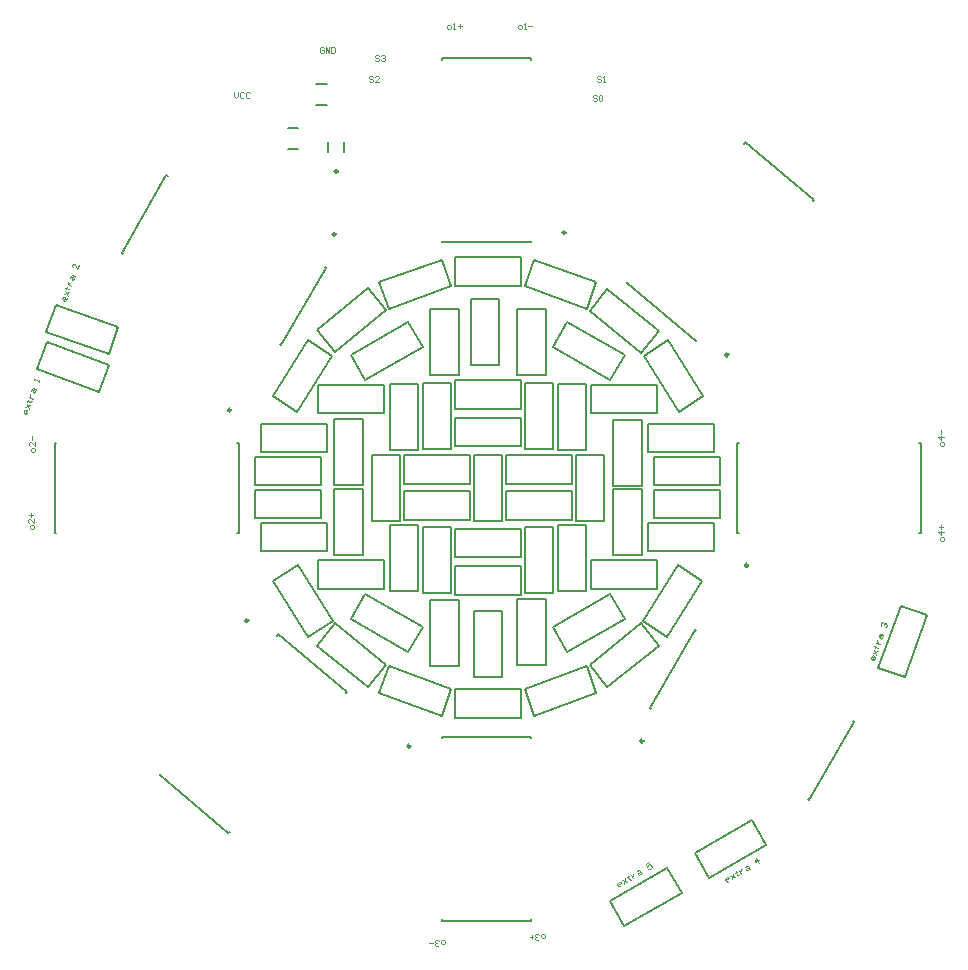
<source format=gto>
G04*
G04 #@! TF.GenerationSoftware,Altium Limited,Altium Designer,23.1.1 (15)*
G04*
G04 Layer_Color=65535*
%FSLAX25Y25*%
%MOIN*%
G70*
G04*
G04 #@! TF.SameCoordinates,E577C847-9A66-4E46-B091-F4B90C46239D*
G04*
G04*
G04 #@! TF.FilePolarity,Positive*
G04*
G01*
G75*
%ADD10C,0.00984*%
%ADD11C,0.00787*%
%ADD12C,0.00394*%
D10*
X25878Y85000D02*
G03*
X25878Y85000I-492J0D01*
G01*
X-85689Y25886D02*
G03*
X-85689Y25886I-492J0D01*
G01*
X51797Y-84443D02*
G03*
X51797Y-84443I-492J0D01*
G01*
X86673Y-25886D02*
G03*
X86673Y-25886I-492J0D01*
G01*
X-25894Y-86181D02*
G03*
X-25894Y-86181I-492J0D01*
G01*
X-79870Y-44295D02*
G03*
X-79870Y-44295I-492J0D01*
G01*
X80145Y44295D02*
G03*
X80145Y44295I-492J0D01*
G01*
X-50106Y105429D02*
G03*
X-50106Y105429I-492J0D01*
G01*
X-50812Y84443D02*
G03*
X-50812Y84443I-492J0D01*
G01*
D11*
X-66741Y113055D02*
X-63210D01*
X-66741Y119945D02*
X-63210D01*
X14461Y81791D02*
Y82343D01*
Y142657D02*
Y143209D01*
X-15461D02*
X14461D01*
X-15461Y81791D02*
Y82343D01*
Y142657D02*
Y143209D01*
Y81791D02*
X14461D01*
X-83524Y14961D02*
X-82972D01*
X-144390D02*
X-143838D01*
X-144390Y-14961D02*
Y14961D01*
X-83524Y-14961D02*
X-82972D01*
X-144390D02*
X-143838D01*
X-82972D02*
Y14961D01*
X-57265Y134445D02*
X-53735D01*
X-57265Y127555D02*
X-53735D01*
X-36161Y68484D02*
X-32916Y59568D01*
X-36161Y68484D02*
X-15481Y76011D01*
X-12236Y67095D01*
X-32916Y59568D02*
X-12236Y67095D01*
X-41756Y-22504D02*
Y-496D01*
X-51244D02*
X-41756D01*
X-51244Y-22504D02*
Y-496D01*
Y-22504D02*
X-41756D01*
X129989Y-60019D02*
X137516Y-39339D01*
X129989Y-60019D02*
X138905Y-63264D01*
X146432Y-42584D01*
X137516Y-39339D02*
X146432Y-42584D01*
X21744Y-35004D02*
Y-12996D01*
X12256D02*
X21744D01*
X12256Y-35004D02*
Y-12996D01*
Y-35004D02*
X21744D01*
X73672Y-130110D02*
X92732Y-119107D01*
X87988Y-110890D02*
X92732Y-119107D01*
X68928Y-121893D02*
X87988Y-110890D01*
X68928Y-121893D02*
X73672Y-130110D01*
X45512Y-146110D02*
X64572Y-135107D01*
X59828Y-126890D02*
X64572Y-135107D01*
X40768Y-137893D02*
X59828Y-126890D01*
X40768Y-137893D02*
X45512Y-146110D01*
X23256Y-34504D02*
X32744D01*
X23256D02*
Y-12496D01*
X32744D01*
Y-34504D02*
Y-12496D01*
X53988Y-73377D02*
X68949Y-47465D01*
X121661Y-77898D02*
X122138Y-78174D01*
X68949Y-47465D02*
X69426Y-47740D01*
X107177Y-104086D02*
X122138Y-78174D01*
X106700Y-103811D02*
X107177Y-104086D01*
X53988Y-73377D02*
X54465Y-73653D01*
X82973Y-14961D02*
Y14961D01*
X143839D02*
X144390D01*
X82973D02*
X83524D01*
X144390Y-14961D02*
Y14961D01*
X143839Y-14961D02*
X144390D01*
X82973D02*
X83524D01*
X11004Y-23244D02*
Y-13756D01*
X-11004Y-23244D02*
X11004D01*
X-11004D02*
Y-13756D01*
X11004D01*
X-28004Y-10744D02*
Y-1256D01*
X-5996D01*
Y-10744D02*
Y-1256D01*
X-28004Y-10744D02*
X-5996D01*
X-38744Y-11004D02*
X-29256D01*
X-38744D02*
Y11004D01*
X-29256D01*
Y-11004D02*
Y11004D01*
X11004Y-35744D02*
Y-26256D01*
X-11004Y-35744D02*
X11004D01*
X-11004D02*
Y-26256D01*
X11004D01*
X-21744Y-35004D02*
X-12256D01*
X-21744D02*
Y-12996D01*
X-12256D01*
Y-35004D02*
Y-12996D01*
X-32744Y-34504D02*
X-23256D01*
X-32744D02*
Y-12496D01*
X-23256D01*
Y-34504D02*
Y-12496D01*
X-4744Y-63004D02*
X4744D01*
X-4744D02*
Y-40996D01*
X4744D01*
Y-63004D02*
Y-40996D01*
X-19244Y-59504D02*
X-9756D01*
X-19244D02*
Y-37496D01*
X-9756D01*
Y-59504D02*
Y-37496D01*
X-45572Y-43607D02*
X-40828Y-35390D01*
X-21768Y-46393D01*
X-26512Y-54610D02*
X-21768Y-46393D01*
X-45572Y-43607D02*
X-26512Y-54610D01*
X-56504Y-33744D02*
Y-24256D01*
X-34496D01*
Y-33744D02*
Y-24256D01*
X-56504Y-33744D02*
X-34496D01*
X-11004Y-76744D02*
Y-67256D01*
X11004D01*
Y-76744D02*
Y-67256D01*
X-11004Y-76744D02*
X11004D01*
X-36161Y-68484D02*
X-32916Y-59568D01*
X-12236Y-67095D01*
X-15481Y-76011D02*
X-12236Y-67095D01*
X-36161Y-68484D02*
X-15481Y-76011D01*
X-56923Y-52615D02*
X-50952Y-45242D01*
X-33849Y-59092D01*
X-39820Y-66465D02*
X-33849Y-59092D01*
X-56923Y-52615D02*
X-39820Y-66465D01*
X-71504Y-30942D02*
X-63458Y-25914D01*
X-51795Y-44578D01*
X-59842Y-49606D02*
X-51795Y-44578D01*
X-71504Y-30942D02*
X-59842Y-49606D01*
X-75504Y-21244D02*
Y-11756D01*
X-53496D01*
Y-21244D02*
Y-11756D01*
X-75504Y-21244D02*
X-53496D01*
X-77504Y-10244D02*
Y-756D01*
X-55496D01*
Y-10244D02*
Y-756D01*
X-77504Y-10244D02*
X-55496D01*
X-15461Y-82972D02*
X14461D01*
Y-144390D02*
Y-143838D01*
Y-83524D02*
Y-82972D01*
X-15461Y-144390D02*
X14461D01*
X-15461D02*
Y-143838D01*
Y-83524D02*
Y-82972D01*
X-69930Y-48859D02*
X-47009Y-68092D01*
X-86487Y-115141D02*
X-86133Y-114719D01*
X-47363Y-68515D02*
X-47009Y-68092D01*
X-109408Y-95908D02*
X-86487Y-115141D01*
X-109408Y-95908D02*
X-109054Y-95485D01*
X-70284Y-49281D02*
X-69930Y-48859D01*
X-147161Y52016D02*
X-126481Y44489D01*
X-123236Y53405D01*
X-143916Y60932D02*
X-123236Y53405D01*
X-147161Y52016D02*
X-143916Y60932D01*
X-150264Y39595D02*
X-129584Y32068D01*
X-126339Y40984D01*
X-147019Y48511D02*
X-126339Y40984D01*
X-150264Y39595D02*
X-147019Y48511D01*
X69221Y48859D02*
X69576Y49282D01*
X108345Y95485D02*
X108700Y95908D01*
X85779Y115141D02*
X108700Y95908D01*
X46300Y68092D02*
X46655Y68515D01*
X85424Y114718D02*
X85779Y115141D01*
X46300Y68092D02*
X69221Y48859D01*
X40828Y35890D02*
X45572Y44107D01*
X21768Y46893D02*
X40828Y35890D01*
X21768Y46893D02*
X26512Y55110D01*
X45572Y44107D01*
X60042Y49086D02*
X71705Y30422D01*
X51996Y44058D02*
X60042Y49086D01*
X51996Y44058D02*
X63658Y25394D01*
X71705Y30422D01*
X50952Y44887D02*
X56923Y52261D01*
X33849Y58737D02*
X50952Y44887D01*
X33849Y58737D02*
X39820Y66111D01*
X56923Y52261D01*
X32916Y59568D02*
X36161Y68484D01*
X12236Y67095D02*
X32916Y59568D01*
X12236Y67095D02*
X15481Y76011D01*
X36161Y68484D01*
X-47843Y111827D02*
Y115173D01*
X-53157Y111827D02*
Y115173D01*
X55496Y10244D02*
X77504D01*
X55496Y756D02*
Y10244D01*
Y756D02*
X77504D01*
Y10244D01*
X53496Y21244D02*
X75504D01*
X53496Y11756D02*
Y21244D01*
Y11756D02*
X75504D01*
Y21244D01*
X41756Y496D02*
Y22504D01*
Y496D02*
X51244D01*
Y22504D01*
X41756D02*
X51244D01*
X34496Y34244D02*
X56504D01*
X34496Y24756D02*
Y34244D01*
Y24756D02*
X56504D01*
Y34244D01*
X23256Y12496D02*
Y34504D01*
Y12496D02*
X32744D01*
Y34504D01*
X23256D02*
X32744D01*
X9756Y37496D02*
Y59504D01*
Y37496D02*
X19244D01*
Y59504D01*
X9756D02*
X19244D01*
X12256Y12996D02*
Y35004D01*
Y12996D02*
X21744D01*
Y35004D01*
X12256D02*
X21744D01*
X5996Y10744D02*
X28004D01*
X5996Y1256D02*
Y10744D01*
Y1256D02*
X28004D01*
Y10744D01*
X-5744Y40996D02*
Y63004D01*
Y40996D02*
X3744D01*
Y63004D01*
X-5744D02*
X3744D01*
X-11004Y35744D02*
X11004D01*
X-11004Y26256D02*
Y35744D01*
Y26256D02*
X11004D01*
Y35744D01*
X-11004Y23244D02*
X11004D01*
X-11004Y13756D02*
Y23244D01*
Y13756D02*
X11004D01*
Y23244D01*
X-4744Y-11004D02*
Y11004D01*
Y-11004D02*
X4744D01*
Y11004D01*
X-4744D02*
X4744D01*
X-28004Y1256D02*
Y10744D01*
X-5996D01*
Y1256D02*
Y10744D01*
X-28004Y1256D02*
X-5996D01*
X-32744Y34504D02*
X-23256D01*
Y12496D02*
Y34504D01*
X-32744Y12496D02*
X-23256D01*
X-32744D02*
Y34504D01*
X11004Y67256D02*
Y76744D01*
X-11004Y67256D02*
X11004D01*
X-11004D02*
Y76744D01*
X11004D01*
X-68949Y47465D02*
X-53988Y73377D01*
X-122138Y78174D02*
X-121661Y77898D01*
X-69426Y47740D02*
X-68949Y47465D01*
X-122138Y78174D02*
X-107177Y104086D01*
X-106700Y103811D01*
X-54465Y73653D02*
X-53988Y73377D01*
X5996Y-1256D02*
X28004D01*
X5996Y-10744D02*
Y-1256D01*
Y-10744D02*
X28004D01*
Y-1256D01*
X29256Y-11004D02*
Y11004D01*
Y-11004D02*
X38744D01*
Y11004D01*
X29256D02*
X38744D01*
X-21744Y12996D02*
Y35004D01*
Y12996D02*
X-12256D01*
Y35004D01*
X-21744D02*
X-12256D01*
X51244Y-22504D02*
Y-496D01*
X41756D02*
X51244D01*
X41756Y-22504D02*
Y-496D01*
Y-22504D02*
X51244D01*
X34496Y-24256D02*
X56504D01*
X34496Y-33744D02*
Y-24256D01*
Y-33744D02*
X56504D01*
Y-24256D01*
X21767Y-46393D02*
X40826Y-35390D01*
X21767Y-46393D02*
X26511Y-54610D01*
X45570Y-43607D01*
X40826Y-35390D02*
X45570Y-43607D01*
X19244Y-59004D02*
Y-36996D01*
X9756D02*
X19244D01*
X9756Y-59004D02*
Y-36996D01*
Y-59004D02*
X19244D01*
X-51244Y996D02*
Y23004D01*
Y996D02*
X-41756D01*
Y23004D01*
X-51244D02*
X-41756D01*
X-56504Y24756D02*
X-34496D01*
Y34244D01*
X-56504D02*
X-34496D01*
X-56504Y24756D02*
Y34244D01*
X-40826Y35890D02*
X-21767Y46893D01*
X-26511Y55110D02*
X-21767Y46893D01*
X-45570Y44107D02*
X-26511Y55110D01*
X-45570Y44107D02*
X-40826Y35890D01*
X-19244Y37496D02*
Y59504D01*
Y37496D02*
X-9756D01*
Y59504D01*
X-19244D02*
X-9756D01*
X55496Y-756D02*
X77504D01*
X55496Y-10244D02*
Y-756D01*
Y-10244D02*
X77504D01*
Y-756D01*
X53496Y-11756D02*
X75504D01*
X53496Y-21244D02*
Y-11756D01*
Y-21244D02*
X75504D01*
Y-11756D01*
X51795Y-44578D02*
X63458Y-25914D01*
X51795Y-44578D02*
X59842Y-49606D01*
X71504Y-30942D01*
X63458Y-25914D02*
X71504Y-30942D01*
X33849Y-59092D02*
X50952Y-45242D01*
X33849Y-59092D02*
X39820Y-66465D01*
X56923Y-52615D01*
X50952Y-45242D02*
X56923Y-52615D01*
X12236Y-67095D02*
X32916Y-59568D01*
X12236Y-67095D02*
X15481Y-76011D01*
X36161Y-68484D01*
X32916Y-59568D02*
X36161Y-68484D01*
X-77504Y756D02*
X-55496D01*
Y10244D01*
X-77504D02*
X-55496D01*
X-77504Y756D02*
Y10244D01*
X-75504Y11756D02*
X-53496D01*
Y21244D01*
X-75504D02*
X-53496D01*
X-75504Y11756D02*
Y21244D01*
X-63658Y25394D02*
X-51996Y44058D01*
X-60042Y49086D02*
X-51996Y44058D01*
X-71705Y30422D02*
X-60042Y49086D01*
X-71705Y30422D02*
X-63658Y25394D01*
X-50952Y45242D02*
X-33849Y59092D01*
X-39820Y66465D02*
X-33849Y59092D01*
X-56923Y52615D02*
X-39820Y66465D01*
X-56923Y52615D02*
X-50952Y45242D01*
D12*
X80496Y-130970D02*
X79928Y-131298D01*
X79480Y-131178D01*
X79152Y-130610D01*
X79272Y-130162D01*
X79840Y-129834D01*
X80288Y-129954D01*
X80452Y-130238D01*
X79316Y-130894D01*
X80692Y-129342D02*
X82485Y-129822D01*
X81588Y-129582D01*
X81828Y-128686D01*
X81348Y-130478D01*
X82517Y-127910D02*
X82681Y-128194D01*
X82397Y-128358D01*
X82965Y-128030D01*
X82681Y-128194D01*
X83173Y-129046D01*
X83621Y-129166D01*
X83817Y-127538D02*
X84473Y-128674D01*
X84145Y-128106D01*
X84265Y-127658D01*
X84385Y-127210D01*
X84669Y-127046D01*
X85805Y-126390D02*
X86373Y-126062D01*
X86821Y-126182D01*
X87313Y-127034D01*
X86461Y-127526D01*
X86013Y-127406D01*
X86133Y-126958D01*
X86985Y-126466D01*
X90438Y-125231D02*
X89454Y-123526D01*
X89093Y-124871D01*
X90229Y-124214D01*
X44496Y-132470D02*
X43928Y-132798D01*
X43480Y-132678D01*
X43152Y-132110D01*
X43272Y-131662D01*
X43840Y-131334D01*
X44288Y-131454D01*
X44452Y-131738D01*
X43316Y-132394D01*
X44692Y-130842D02*
X46485Y-131322D01*
X45588Y-131082D01*
X45829Y-130186D01*
X45348Y-131978D01*
X46517Y-129410D02*
X46681Y-129694D01*
X46397Y-129858D01*
X46965Y-129530D01*
X46681Y-129694D01*
X47173Y-130546D01*
X47621Y-130666D01*
X47817Y-129038D02*
X48473Y-130174D01*
X48145Y-129606D01*
X48265Y-129158D01*
X48385Y-128710D01*
X48669Y-128546D01*
X49805Y-127890D02*
X50373Y-127562D01*
X50821Y-127682D01*
X51313Y-128534D01*
X50461Y-129026D01*
X50013Y-128906D01*
X50133Y-128458D01*
X50985Y-127966D01*
X53738Y-124862D02*
X52601Y-125518D01*
X53093Y-126371D01*
X53497Y-125759D01*
X53781Y-125594D01*
X54229Y-125715D01*
X54558Y-126283D01*
X54438Y-126731D01*
X53869Y-127059D01*
X53421Y-126939D01*
X129101Y-56571D02*
X128877Y-57187D01*
X128456Y-57383D01*
X127840Y-57159D01*
X127644Y-56739D01*
X127868Y-56122D01*
X128289Y-55926D01*
X128597Y-56038D01*
X128148Y-57271D01*
X128205Y-55198D02*
X129886Y-54413D01*
X129046Y-54805D01*
X128654Y-53965D01*
X129438Y-55646D01*
X128682Y-52928D02*
X128990Y-53040D01*
X128878Y-53348D01*
X129102Y-52732D01*
X128990Y-53040D01*
X129915Y-53377D01*
X130335Y-53181D01*
X129439Y-51807D02*
X130672Y-52256D01*
X130055Y-52032D01*
X129859Y-51611D01*
X129663Y-51191D01*
X129775Y-50883D01*
X130224Y-49650D02*
X130448Y-49034D01*
X130869Y-48838D01*
X131793Y-49174D01*
X131457Y-50099D01*
X131036Y-50295D01*
X130841Y-49874D01*
X131177Y-48950D01*
X131150Y-46148D02*
X130954Y-45727D01*
X131178Y-45111D01*
X131598Y-44915D01*
X131907Y-45027D01*
X132103Y-45447D01*
X131991Y-45756D01*
X132103Y-45447D01*
X132523Y-45251D01*
X132831Y-45364D01*
X133027Y-45784D01*
X132803Y-46400D01*
X132383Y-46596D01*
X-84606Y131862D02*
Y130550D01*
X-83950Y129894D01*
X-83294Y130550D01*
Y131862D01*
X-81327Y131534D02*
X-81655Y131862D01*
X-82310D01*
X-82638Y131534D01*
Y130222D01*
X-82310Y129894D01*
X-81655D01*
X-81327Y130222D01*
X-79359Y131534D02*
X-79687Y131862D01*
X-80343D01*
X-80671Y131534D01*
Y130222D01*
X-80343Y129894D01*
X-79687D01*
X-79359Y130222D01*
X-36294Y144034D02*
X-36622Y144362D01*
X-37278D01*
X-37606Y144034D01*
Y143706D01*
X-37278Y143378D01*
X-36622D01*
X-36294Y143050D01*
Y142722D01*
X-36622Y142394D01*
X-37278D01*
X-37606Y142722D01*
X-35638Y144034D02*
X-35311Y144362D01*
X-34655D01*
X-34326Y144034D01*
Y143706D01*
X-34655Y143378D01*
X-34982D01*
X-34655D01*
X-34326Y143050D01*
Y142722D01*
X-34655Y142394D01*
X-35311D01*
X-35638Y142722D01*
X152106Y14222D02*
Y14878D01*
X151778Y15206D01*
X151122D01*
X150794Y14878D01*
Y14222D01*
X151122Y13894D01*
X151778D01*
X152106Y14222D01*
Y16846D02*
X150138D01*
X151122Y15862D01*
Y17174D01*
Y17829D02*
Y19141D01*
X152106Y-17278D02*
Y-16622D01*
X151778Y-16294D01*
X151122D01*
X150794Y-16622D01*
Y-17278D01*
X151122Y-17606D01*
X151778D01*
X152106Y-17278D01*
Y-14654D02*
X150138D01*
X151122Y-15638D01*
Y-14326D01*
Y-13671D02*
Y-12359D01*
X150466Y-13015D02*
X151778D01*
X-14722Y-150894D02*
X-15378D01*
X-15706Y-151222D01*
Y-151878D01*
X-15378Y-152206D01*
X-14722D01*
X-14394Y-151878D01*
Y-151222D01*
X-14722Y-150894D01*
X-16362Y-152534D02*
X-16690Y-152862D01*
X-17345D01*
X-17673Y-152534D01*
Y-152206D01*
X-17345Y-151878D01*
X-17018D01*
X-17345D01*
X-17673Y-151550D01*
Y-151222D01*
X-17345Y-150894D01*
X-16690D01*
X-16362Y-151222D01*
X-18329Y-151878D02*
X-19641D01*
X18778Y-148894D02*
X18122D01*
X17794Y-149222D01*
Y-149878D01*
X18122Y-150206D01*
X18778D01*
X19106Y-149878D01*
Y-149222D01*
X18778Y-148894D01*
X17138Y-150534D02*
X16811Y-150862D01*
X16154D01*
X15826Y-150534D01*
Y-150206D01*
X16154Y-149878D01*
X16483D01*
X16154D01*
X15826Y-149550D01*
Y-149222D01*
X16154Y-148894D01*
X16811D01*
X17138Y-149222D01*
X15171Y-149878D02*
X13859D01*
X14515Y-150534D02*
Y-149222D01*
X-151394Y-13278D02*
Y-12622D01*
X-151722Y-12294D01*
X-152378D01*
X-152706Y-12622D01*
Y-13278D01*
X-152378Y-13606D01*
X-151722D01*
X-151394Y-13278D01*
Y-10327D02*
Y-11638D01*
X-152706Y-10327D01*
X-153034D01*
X-153362Y-10655D01*
Y-11310D01*
X-153034Y-11638D01*
X-152378Y-9671D02*
Y-8359D01*
X-153034Y-9015D02*
X-151722D01*
X-150894Y12222D02*
Y12878D01*
X-151222Y13206D01*
X-151878D01*
X-152206Y12878D01*
Y12222D01*
X-151878Y11894D01*
X-151222D01*
X-150894Y12222D01*
Y15173D02*
Y13862D01*
X-152206Y15173D01*
X-152534D01*
X-152862Y14845D01*
Y14189D01*
X-152534Y13862D01*
X-151878Y15829D02*
Y17141D01*
X-38294Y137034D02*
X-38622Y137362D01*
X-39278D01*
X-39606Y137034D01*
Y136706D01*
X-39278Y136378D01*
X-38622D01*
X-38294Y136050D01*
Y135722D01*
X-38622Y135394D01*
X-39278D01*
X-39606Y135722D01*
X-36327Y135394D02*
X-37638D01*
X-36327Y136706D01*
Y137034D01*
X-36654Y137362D01*
X-37310D01*
X-37638Y137034D01*
X36206Y130534D02*
X35878Y130862D01*
X35222D01*
X34894Y130534D01*
Y130206D01*
X35222Y129878D01*
X35878D01*
X36206Y129550D01*
Y129222D01*
X35878Y128894D01*
X35222D01*
X34894Y129222D01*
X36862Y130534D02*
X37189Y130862D01*
X37846D01*
X38173Y130534D01*
Y129222D01*
X37846Y128894D01*
X37189D01*
X36862Y129222D01*
Y130534D01*
X37706Y137034D02*
X37378Y137362D01*
X36722D01*
X36394Y137034D01*
Y136706D01*
X36722Y136378D01*
X37378D01*
X37706Y136050D01*
Y135722D01*
X37378Y135394D01*
X36722D01*
X36394Y135722D01*
X38362Y135394D02*
X39018D01*
X38690D01*
Y137362D01*
X38362Y137034D01*
X-54794Y146534D02*
X-55122Y146862D01*
X-55778D01*
X-56106Y146534D01*
Y145222D01*
X-55778Y144894D01*
X-55122D01*
X-54794Y145222D01*
Y145878D01*
X-55450D01*
X-54138Y144894D02*
Y146862D01*
X-52826Y144894D01*
Y146862D01*
X-52171D02*
Y144894D01*
X-51187D01*
X-50859Y145222D01*
Y146534D01*
X-51187Y146862D01*
X-52171D01*
X10222Y152894D02*
X10878D01*
X11206Y153222D01*
Y153878D01*
X10878Y154206D01*
X10222D01*
X9894Y153878D01*
Y153222D01*
X10222Y152894D01*
X11862D02*
X12517D01*
X12190D01*
Y154862D01*
X11862Y154534D01*
X13501Y153878D02*
X14813D01*
X-13278Y152894D02*
X-12622D01*
X-12294Y153222D01*
Y153878D01*
X-12622Y154206D01*
X-13278D01*
X-13606Y153878D01*
Y153222D01*
X-13278Y152894D01*
X-11638D02*
X-10983D01*
X-11310D01*
Y154862D01*
X-11638Y154534D01*
X-9999Y153878D02*
X-8687D01*
X-9343Y154534D02*
Y153222D01*
X-153314Y25386D02*
X-153539Y24770D01*
X-153959Y24574D01*
X-154575Y24798D01*
X-154771Y25219D01*
X-154547Y25835D01*
X-154127Y26031D01*
X-153818Y25919D01*
X-154267Y24686D01*
X-154210Y26760D02*
X-152529Y27544D01*
X-153370Y27152D01*
X-153762Y27992D01*
X-152978Y26311D01*
X-153733Y29029D02*
X-153425Y28917D01*
X-153537Y28609D01*
X-153313Y29225D01*
X-153425Y28917D01*
X-152501Y28581D01*
X-152080Y28777D01*
X-152977Y30150D02*
X-151744Y29701D01*
X-152360Y29926D01*
X-152556Y30346D01*
X-152752Y30766D01*
X-152640Y31075D01*
X-152191Y32307D02*
X-151967Y32924D01*
X-151547Y33120D01*
X-150622Y32783D01*
X-150959Y31859D01*
X-151379Y31662D01*
X-151575Y32083D01*
X-151238Y33007D01*
X-149724Y35249D02*
X-149500Y35865D01*
X-149612Y35557D01*
X-151462Y36230D01*
X-151266Y35810D01*
X-140426Y63078D02*
X-140651Y62462D01*
X-141071Y62266D01*
X-141687Y62490D01*
X-141883Y62910D01*
X-141659Y63527D01*
X-141239Y63723D01*
X-140930Y63611D01*
X-141379Y62378D01*
X-141323Y64451D02*
X-139641Y65236D01*
X-140482Y64843D01*
X-140874Y65684D01*
X-140090Y64003D01*
X-140846Y66721D02*
X-140537Y66609D01*
X-140649Y66301D01*
X-140425Y66917D01*
X-140537Y66609D01*
X-139613Y66272D01*
X-139192Y66468D01*
X-140089Y67842D02*
X-138856Y67393D01*
X-139472Y67617D01*
X-139668Y68038D01*
X-139864Y68458D01*
X-139752Y68766D01*
X-139303Y69999D02*
X-139079Y70615D01*
X-138659Y70811D01*
X-137734Y70475D01*
X-138071Y69550D01*
X-138491Y69354D01*
X-138687Y69775D01*
X-138350Y70699D01*
X-136388Y74173D02*
X-136837Y72940D01*
X-137621Y74622D01*
X-137929Y74734D01*
X-138349Y74538D01*
X-138574Y73922D01*
X-138378Y73501D01*
M02*

</source>
